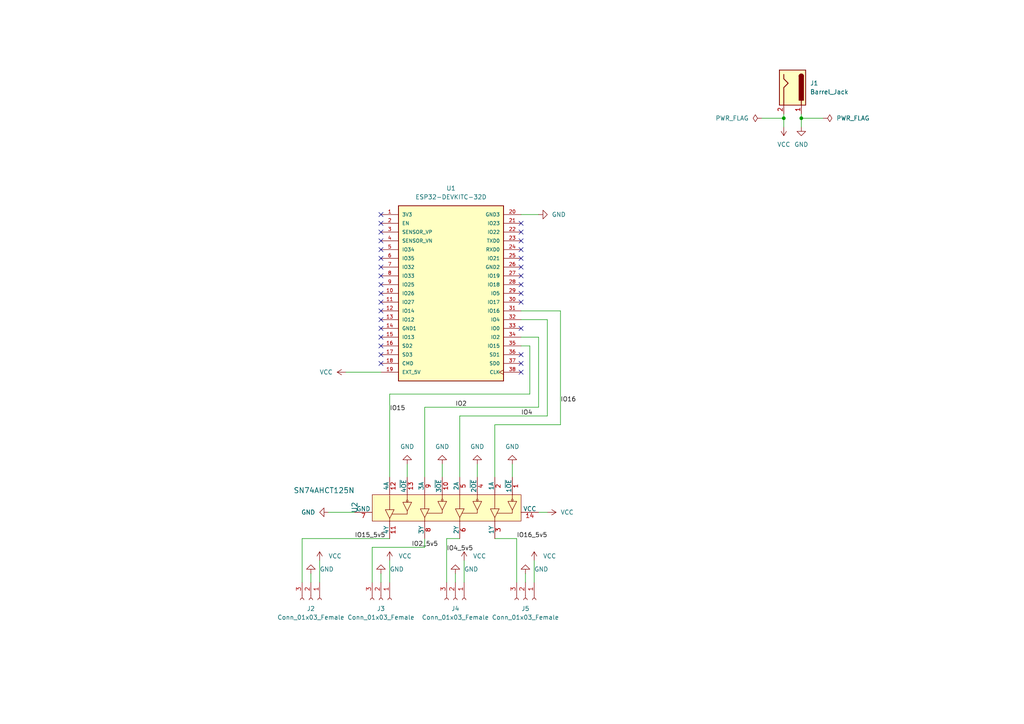
<source format=kicad_sch>
(kicad_sch (version 20211123) (generator eeschema)
  (paper "A4")
  (lib_symbols
    (symbol "Connector:Barrel_Jack" (pin_names (offset 1.016))
      (property "Reference" "J" (at 0 5.334 0))
      (property "Value" "Barrel_Jack" (at 0 -5.08 0))
      (symbol "Barrel_Jack_0_1"
        (rectangle (start -5.08 3.81) (end 5.08 -3.81) (stroke (width 0.254)) (fill (type background)))
        (arc (start -3.302 3.175) (mid -3.937 2.54) (end -3.302 1.905) (stroke (width 0.254)))
        (arc (start -3.302 3.175) (mid -3.937 2.54) (end -3.302 1.905) (stroke (width 0.254)) (fill (type outline)))
        (polyline (pts (xy 5.08 2.54) (xy 3.81 2.54)) (stroke (width 0.254)))
        (polyline (pts (xy -3.81 -2.54) (xy -2.54 -2.54) (xy -1.27 -1.27) (xy 0 -2.54) (xy 2.54 -2.54) (xy 5.08 -2.54)) (stroke (width 0.254)))
        (rectangle (start 3.683 3.175) (end -3.302 1.905) (stroke (width 0.254)) (fill (type outline)))
      )
      (symbol "Barrel_Jack_1_1"
        (pin passive line (at 7.62 2.54 180) (length 2.54) (name "~") (number "1"))
        (pin passive line (at 7.62 -2.54 180) (length 2.54) (name "~") (number "2"))
      )
    )
    (symbol "Connector:Conn_01x03_Female" (pin_names (offset 1.016) hide)
      (property "Reference" "J" (at 0 5.08 0))
      (property "Value" "Conn_01x03_Female" (at 0 -5.08 0))
      (symbol "Conn_01x03_Female_1_1"
        (arc (start 0 -2.032) (mid -0.508 -2.54) (end 0 -3.048) (stroke (width 0.1524)))
        (polyline (pts (xy -1.27 -2.54) (xy -0.508 -2.54)) (stroke (width 0.1524)))
        (polyline (pts (xy -1.27 0) (xy -0.508 0)) (stroke (width 0.1524)))
        (polyline (pts (xy -1.27 2.54) (xy -0.508 2.54)) (stroke (width 0.1524)))
        (arc (start 0 0.508) (mid -0.508 0) (end 0 -0.508) (stroke (width 0.1524)))
        (arc (start 0 3.048) (mid -0.508 2.54) (end 0 2.032) (stroke (width 0.1524)))
        (pin passive line (at -5.08 2.54 0) (length 3.81) (name "Pin_1") (number "1"))
        (pin passive line (at -5.08 0 0) (length 3.81) (name "Pin_2") (number "2"))
        (pin passive line (at -5.08 -2.54 0) (length 3.81) (name "Pin_3") (number "3"))
      )
    )
    (symbol "ESP32:ESP32-DEVKITC-32D" (pin_names (offset 1.016))
      (property "Reference" "U" (at -15.2654 26.0604 0))
      (property "Value" "ESP32-DEVKITC-32D" (at -15.2654 -27.9654 0))
      (symbol "ESP32-DEVKITC-32D_0_0"
        (rectangle (start -15.24 -25.4) (end 15.24 25.4) (stroke (width 0.254)) (fill (type background)))
        (pin power_in line (at -20.32 22.86 0) (length 5.08) (name "3V3") (number "1"))
        (pin bidirectional line (at -20.32 0 0) (length 5.08) (name "IO26") (number "10"))
        (pin bidirectional line (at -20.32 -2.54 0) (length 5.08) (name "IO27") (number "11"))
        (pin bidirectional line (at -20.32 -5.08 0) (length 5.08) (name "IO14") (number "12"))
        (pin bidirectional line (at -20.32 -7.62 0) (length 5.08) (name "IO12") (number "13"))
        (pin power_in line (at -20.32 -10.16 0) (length 5.08) (name "GND1") (number "14"))
        (pin bidirectional line (at -20.32 -12.7 0) (length 5.08) (name "IO13") (number "15"))
        (pin bidirectional line (at -20.32 -15.24 0) (length 5.08) (name "SD2") (number "16"))
        (pin bidirectional line (at -20.32 -17.78 0) (length 5.08) (name "SD3") (number "17"))
        (pin bidirectional line (at -20.32 -20.32 0) (length 5.08) (name "CMD") (number "18"))
        (pin power_in line (at -20.32 -22.86 0) (length 5.08) (name "EXT_5V") (number "19"))
        (pin input line (at -20.32 20.32 0) (length 5.08) (name "EN") (number "2"))
        (pin power_in line (at 20.32 22.86 180) (length 5.08) (name "GND3") (number "20"))
        (pin bidirectional line (at 20.32 20.32 180) (length 5.08) (name "IO23") (number "21"))
        (pin bidirectional line (at 20.32 17.78 180) (length 5.08) (name "IO22") (number "22"))
        (pin output line (at 20.32 15.24 180) (length 5.08) (name "TXD0") (number "23"))
        (pin input line (at 20.32 12.7 180) (length 5.08) (name "RXD0") (number "24"))
        (pin bidirectional line (at 20.32 10.16 180) (length 5.08) (name "IO21") (number "25"))
        (pin power_in line (at 20.32 7.62 180) (length 5.08) (name "GND2") (number "26"))
        (pin bidirectional line (at 20.32 5.08 180) (length 5.08) (name "IO19") (number "27"))
        (pin bidirectional line (at 20.32 2.54 180) (length 5.08) (name "IO18") (number "28"))
        (pin bidirectional line (at 20.32 0 180) (length 5.08) (name "IO5") (number "29"))
        (pin input line (at -20.32 17.78 0) (length 5.08) (name "SENSOR_VP") (number "3"))
        (pin bidirectional line (at 20.32 -2.54 180) (length 5.08) (name "IO17") (number "30"))
        (pin bidirectional line (at 20.32 -5.08 180) (length 5.08) (name "IO16") (number "31"))
        (pin bidirectional line (at 20.32 -7.62 180) (length 5.08) (name "IO4") (number "32"))
        (pin bidirectional line (at 20.32 -10.16 180) (length 5.08) (name "IO0") (number "33"))
        (pin bidirectional line (at 20.32 -12.7 180) (length 5.08) (name "IO2") (number "34"))
        (pin bidirectional line (at 20.32 -15.24 180) (length 5.08) (name "IO15") (number "35"))
        (pin bidirectional line (at 20.32 -17.78 180) (length 5.08) (name "SD1") (number "36"))
        (pin bidirectional line (at 20.32 -20.32 180) (length 5.08) (name "SD0") (number "37"))
        (pin input clock (at 20.32 -22.86 180) (length 5.08) (name "CLK") (number "38"))
        (pin input line (at -20.32 15.24 0) (length 5.08) (name "SENSOR_VN") (number "4"))
        (pin bidirectional line (at -20.32 12.7 0) (length 5.08) (name "IO34") (number "5"))
        (pin bidirectional line (at -20.32 10.16 0) (length 5.08) (name "IO35") (number "6"))
        (pin bidirectional line (at -20.32 7.62 0) (length 5.08) (name "IO32") (number "7"))
        (pin bidirectional line (at -20.32 5.08 0) (length 5.08) (name "IO33") (number "8"))
        (pin bidirectional line (at -20.32 2.54 0) (length 5.08) (name "IO25") (number "9"))
      )
    )
    (symbol "dk_Logic-Buffers-Drivers-Receivers-Transceivers:SN74AHCT125N" (pin_names (offset 0))
      (property "Reference" "U" (at -2.54 13.97 0))
      (property "Value" "SN74AHCT125N" (at 1.905 -31.75 0))
      (symbol "SN74AHCT125N_0_1"
        (rectangle (start -5.08 12.7) (end 2.54 -30.48) (fill (type background)))
        (circle (center -3.556 -10.16) (radius 0.254))
        (circle (center -3.556 0) (radius 0.254))
        (circle (center -3.556 10.16) (radius 0.254))
        (circle (center -3.302 -20.32) (radius 0.254))
        (polyline (pts (xy -3.81 -10.16) (xy -5.207 -10.16)))
        (polyline (pts (xy -3.81 0) (xy -5.207 0)))
        (polyline (pts (xy -3.81 10.16) (xy -5.207 10.16)))
        (polyline (pts (xy -3.556 -20.32) (xy -4.953 -20.32)))
        (polyline (pts (xy -1.016 -15.24) (xy -5.08 -15.24)))
        (polyline (pts (xy -1.016 -5.08) (xy -5.08 -5.08)))
        (polyline (pts (xy -1.016 5.08) (xy -5.08 5.08)))
        (polyline (pts (xy -0.762 -25.4) (xy -4.826 -25.4)))
        (polyline (pts (xy 1.397 -15.24) (xy 2.413 -15.24)))
        (polyline (pts (xy 1.397 -5.08) (xy 2.413 -5.08)))
        (polyline (pts (xy 1.397 5.08) (xy 2.413 5.08)))
        (polyline (pts (xy 1.651 -25.4) (xy 2.667 -25.4)))
        (polyline (pts (xy 0.254 -14.605) (xy 0.254 -10.16) (xy -0.635 -10.16)))
        (polyline (pts (xy 0.254 -4.445) (xy 0.254 0) (xy -0.635 0)))
        (polyline (pts (xy 0.254 5.715) (xy 0.254 10.16) (xy -0.635 10.16)))
        (polyline (pts (xy 0.508 -24.765) (xy 0.508 -20.32) (xy -0.381 -20.32)))
        (polyline (pts (xy -3.175 -8.89) (xy -3.175 -10.16) (xy -3.175 -11.43) (xy -0.635 -10.16) (xy -3.175 -8.89)))
        (polyline (pts (xy -3.175 1.27) (xy -3.175 0) (xy -3.175 -1.27) (xy -0.635 0) (xy -3.175 1.27)))
        (polyline (pts (xy -3.175 11.43) (xy -3.175 10.16) (xy -3.175 8.89) (xy -0.635 10.16) (xy -3.175 11.43)))
        (polyline (pts (xy -2.921 -19.05) (xy -2.921 -20.32) (xy -2.921 -21.59) (xy -0.381 -20.32) (xy -2.921 -19.05)))
        (polyline (pts (xy -1.016 -13.97) (xy -1.016 -15.24) (xy -1.016 -16.51) (xy 1.524 -15.24) (xy -1.016 -13.97)))
        (polyline (pts (xy -1.016 -3.81) (xy -1.016 -5.08) (xy -1.016 -6.35) (xy 1.524 -5.08) (xy -1.016 -3.81)))
        (polyline (pts (xy -1.016 6.35) (xy -1.016 5.08) (xy -1.016 3.81) (xy 1.524 5.08) (xy -1.016 6.35)))
        (polyline (pts (xy -0.762 -24.13) (xy -0.762 -25.4) (xy -0.762 -26.67) (xy 1.778 -25.4) (xy -0.762 -24.13)))
      )
      (symbol "SN74AHCT125N_1_1"
        (pin input line (at -10.16 10.16 0) (length 5.08) (name "1~{OE}") (number "1"))
        (pin input line (at -10.16 -10.16 0) (length 5.08) (name "3~{OE}") (number "10"))
        (pin output line (at 7.62 -25.4 180) (length 5.08) (name "4Y") (number "11"))
        (pin input line (at -10.16 -25.4 0) (length 5.08) (name "4A") (number "12"))
        (pin input line (at -10.16 -20.32 0) (length 5.08) (name "4~{OE}") (number "13"))
        (pin power_in line (at 0 17.78 270) (length 5.08) (name "VCC") (number "14"))
        (pin input line (at -10.16 5.08 0) (length 5.08) (name "1A") (number "2"))
        (pin output line (at 7.62 5.08 180) (length 5.08) (name "1Y") (number "3"))
        (pin input line (at -10.16 0 0) (length 5.08) (name "2~{OE}") (number "4"))
        (pin input line (at -10.16 -5.08 0) (length 5.08) (name "2A") (number "5"))
        (pin output line (at 7.62 -5.08 180) (length 5.08) (name "2Y") (number "6"))
        (pin power_in line (at 0 -35.56 90) (length 5.08) (name "GND") (number "7"))
        (pin output line (at 7.62 -15.24 180) (length 5.08) (name "3Y") (number "8"))
        (pin input line (at -10.16 -15.24 0) (length 5.08) (name "3A") (number "9"))
      )
    )
    (symbol "power:GND" (power) (pin_names (offset 0))
      (property "Value" "GND" (at 0 -3.81 0))
      (symbol "GND_0_1"
        (polyline (pts (xy 0 0) (xy 0 -1.27) (xy 1.27 -1.27) (xy 0 -2.54) (xy -1.27 -1.27) (xy 0 -1.27)))
      )
      (symbol "GND_1_1"
        (pin power_in line (at 0 0 270) (length 0) hide (name "GND") (number "1"))
      )
    )
    (symbol "power:PWR_FLAG" (power) (pin_numbers hide) (pin_names (offset 0) hide)
      (property "Value" "PWR_FLAG" (at 0 3.81 0))
      (symbol "PWR_FLAG_0_0"
        (pin power_out line (at 0 0 90) (length 0) (name "pwr") (number "1"))
      )
      (symbol "PWR_FLAG_0_1"
        (polyline (pts (xy 0 0) (xy 0 1.27) (xy -1.016 1.905) (xy 0 2.54) (xy 1.016 1.905) (xy 0 1.27)))
      )
    )
    (symbol "power:VCC" (power) (pin_names (offset 0))
      (property "Value" "VCC" (at 0 3.81 0))
      (symbol "VCC_0_1"
        (polyline (pts (xy -0.762 1.27) (xy 0 2.54)))
        (polyline (pts (xy 0 0) (xy 0 2.54)))
        (polyline (pts (xy 0 2.54) (xy 0.762 1.27)))
      )
      (symbol "VCC_1_1"
        (pin power_in line (at 0 0 90) (length 0) hide (name "VCC") (number "1"))
      )
    )
  )
  (junction (at 227.33 34.29))
  (junction (at 232.41 34.29))
  (no_connect (at 151.13 87.63))
  (no_connect (at 151.13 85.09))
  (no_connect (at 151.13 82.55))
  (no_connect (at 151.13 80.01))
  (no_connect (at 151.13 102.87))
  (no_connect (at 151.13 95.25))
  (no_connect (at 151.13 69.85))
  (no_connect (at 151.13 67.31))
  (no_connect (at 151.13 105.41))
  (no_connect (at 151.13 77.47))
  (no_connect (at 110.49 100.33))
  (no_connect (at 110.49 97.79))
  (no_connect (at 110.49 95.25))
  (no_connect (at 110.49 92.71))
  (no_connect (at 110.49 87.63))
  (no_connect (at 110.49 90.17))
  (no_connect (at 110.49 85.09))
  (no_connect (at 110.49 82.55))
  (no_connect (at 110.49 80.01))
  (no_connect (at 110.49 77.47))
  (no_connect (at 110.49 74.93))
  (no_connect (at 110.49 72.39))
  (no_connect (at 110.49 69.85))
  (no_connect (at 110.49 67.31))
  (no_connect (at 110.49 105.41))
  (no_connect (at 110.49 102.87))
  (no_connect (at 151.13 74.93))
  (no_connect (at 151.13 72.39))
  (no_connect (at 151.13 64.77))
  (no_connect (at 151.13 107.95))
  (no_connect (at 110.49 64.77))
  (no_connect (at 110.49 62.23))
  (wire (pts (xy 156.21 148.59) (xy 158.75 148.59)))
  (wire (pts (xy 162.56 123.19) (xy 143.51 123.19)))
  (wire (pts (xy 158.75 120.65) (xy 133.35 120.65)))
  (wire (pts (xy 153.67 100.33) (xy 153.67 114.3)))
  (wire (pts (xy 151.13 100.33) (xy 153.67 100.33)))
  (wire (pts (xy 100.33 107.95) (xy 110.49 107.95)))
  (wire (pts (xy 134.62 162.56) (xy 134.62 168.91)))
  (wire (pts (xy 110.49 166.37) (xy 110.49 168.91)))
  (wire (pts (xy 149.86 156.21) (xy 149.86 168.91)))
  (wire (pts (xy 227.33 33.02) (xy 227.33 34.29)))
  (wire (pts (xy 154.94 162.56) (xy 154.94 168.91)))
  (wire (pts (xy 232.41 33.02) (xy 232.41 34.29)))
  (wire (pts (xy 128.27 134.62) (xy 128.27 138.43)))
  (wire (pts (xy 143.51 156.21) (xy 149.86 156.21)))
  (wire (pts (xy 220.98 34.29) (xy 227.33 34.29)))
  (wire (pts (xy 151.13 97.79) (xy 156.21 97.79)))
  (wire (pts (xy 156.21 97.79) (xy 156.21 118.11)))
  (wire (pts (xy 123.19 156.21) (xy 123.19 158.75)))
  (wire (pts (xy 113.03 162.56) (xy 113.03 168.91)))
  (wire (pts (xy 162.56 90.17) (xy 162.56 123.19)))
  (wire (pts (xy 232.41 34.29) (xy 232.41 36.83)))
  (wire (pts (xy 113.03 156.21) (xy 87.63 156.21)))
  (wire (pts (xy 143.51 123.19) (xy 143.51 138.43)))
  (wire (pts (xy 152.4 166.37) (xy 152.4 168.91)))
  (wire (pts (xy 113.03 114.3) (xy 113.03 138.43)))
  (wire (pts (xy 118.11 134.62) (xy 118.11 138.43)))
  (wire (pts (xy 132.08 166.37) (xy 132.08 168.91)))
  (wire (pts (xy 90.17 166.37) (xy 90.17 168.91)))
  (wire (pts (xy 158.75 92.71) (xy 158.75 120.65)))
  (wire (pts (xy 156.21 118.11) (xy 123.19 118.11)))
  (wire (pts (xy 87.63 156.21) (xy 87.63 168.91)))
  (wire (pts (xy 153.67 114.3) (xy 113.03 114.3)))
  (wire (pts (xy 123.19 118.11) (xy 123.19 138.43)))
  (wire (pts (xy 151.13 90.17) (xy 162.56 90.17)))
  (wire (pts (xy 227.33 34.29) (xy 227.33 36.83)))
  (wire (pts (xy 95.25 148.59) (xy 102.87 148.59)))
  (wire (pts (xy 148.59 134.62) (xy 148.59 138.43)))
  (wire (pts (xy 151.13 92.71) (xy 158.75 92.71)))
  (wire (pts (xy 133.35 120.65) (xy 133.35 138.43)))
  (wire (pts (xy 138.43 134.62) (xy 138.43 138.43)))
  (wire (pts (xy 92.71 162.56) (xy 92.71 168.91)))
  (wire (pts (xy 232.41 34.29) (xy 238.76 34.29)))
  (wire (pts (xy 129.54 156.21) (xy 129.54 168.91)))
  (wire (pts (xy 123.19 158.75) (xy 107.95 158.75)))
  (wire (pts (xy 151.13 62.23) (xy 156.21 62.23)))
  (wire (pts (xy 133.35 156.21) (xy 129.54 156.21)))
  (wire (pts (xy 107.95 158.75) (xy 107.95 168.91)))
  (label "IO2_5v5" (at 119.38 158.75 0))
  (label "IO16_5v5" (at 149.86 156.21 0))
  (label "IO15_5v5" (at 102.87 156.21 0))
  (label "IO15" (at 113.03 119.38 0))
  (label "IO4" (at 151.13 120.65 0))
  (label "IO2" (at 132.08 118.11 0))
  (label "IO16" (at 162.56 116.84 0))
  (label "IO4_5v5" (at 129.54 160.02 0))
  (symbol (lib_id "power:VCC") (at 100.33 107.95 90) (unit 1)
    (property "Reference" "#PWR0107" (effects hide))
    (property "Value" "VCC" (at 96.52 107.9499 90) (effects (justify left)))
  )
  (symbol (lib_id "power:VCC") (at 134.62 162.56 0) (unit 1)
    (property "Reference" "#PWR0115" (effects hide))
    (property "Value" "VCC" (at 137.16 161.2899 0) (effects (justify left)))
  )
  (symbol (lib_id "power:VCC") (at 113.03 162.56 0) (unit 1)
    (property "Reference" "#PWR0111" (effects hide))
    (property "Value" "VCC" (at 115.57 161.2899 0) (effects (justify left)))
  )
  (symbol (lib_id "power:GND") (at 132.08 166.37 180) (unit 1)
    (property "Reference" "#PWR0114" (effects hide))
    (property "Value" "GND" (at 134.62 165.0999 0) (effects (justify right)))
  )
  (symbol (lib_id "dk_Logic-Buffers-Drivers-Receivers-Transceivers:SN74AHCT125N") (at 138.43 148.59 270) (unit 1)
    (property "Reference" "U2" (at 102.87 148.8187 0) (effects (font (size 1.524 1.524)) (justify right)))
    (property "Value" "SN74AHCT125N" (at 102.87 142.24 90) (effects (font (size 1.524 1.524)) (justify right)))
    (property "Footprint" "digikey-footprints:DIP-14_W3mm" (effects hide))
    (property "Datasheet" "http://www.ti.com/general/docs/suppproductinfo.tsp?distId=10&gotoUrl=http%3A%2F%2Fwww.ti.com%2Flit%2Fgpn%2Fsn74ahct125" (effects hide))
    (property "Digi-Key_PN" "296-4655-5-ND" (effects hide))
    (property "MPN" "SN74AHCT125N" (effects hide))
    (property "Category" "Integrated Circuits (ICs)" (effects hide))
    (property "Family" "Logic - Buffers, Drivers, Receivers, Transceivers" (effects hide))
    (property "DK_Datasheet_Link" "http://www.ti.com/general/docs/suppproductinfo.tsp?distId=10&gotoUrl=http%3A%2F%2Fwww.ti.com%2Flit%2Fgpn%2Fsn74ahct125" (effects hide))
    (property "DK_Detail_Page" "/product-detail/en/texas-instruments/SN74AHCT125N/296-4655-5-ND/375798" (effects hide))
    (property "Description" "IC BUF NON-INVERT 5.5V 14DIP" (effects hide))
    (property "Manufacturer" "Texas Instruments" (effects hide))
    (property "Status" "Active" (effects hide))
  )
  (symbol (lib_id "power:PWR_FLAG") (at 220.98 34.29 90) (unit 1)
    (property "Reference" "#FLG01" (effects hide))
    (property "Value" "PWR_FLAG" (at 217.17 34.2899 90) (effects (justify left)))
  )
  (symbol (lib_id "Connector:Conn_01x03_Female") (at 132.08 173.99 270) (unit 1)
    (property "Reference" "J4" (at 132.08 176.53 90))
    (property "Value" "Conn_01x03_Female" (at 132.08 179.07 90))
    (property "Footprint" "Custom:SolderPad_3_2.0_2.0mm" (effects hide))
  )
  (symbol (lib_id "power:GND") (at 95.25 148.59 270) (unit 1)
    (property "Reference" "#PWR0103" (effects hide))
    (property "Value" "GND" (at 91.44 148.5899 90) (effects (justify right)))
  )
  (symbol (lib_id "power:VCC") (at 227.33 36.83 180) (unit 1)
    (property "Reference" "#PWR01" (effects hide))
    (property "Value" "VCC" (at 227.33 41.91 0))
  )
  (symbol (lib_id "power:VCC") (at 158.75 148.59 270) (unit 1)
    (property "Reference" "#PWR0101" (effects hide))
    (property "Value" "VCC" (at 162.56 148.5899 90) (effects (justify left)))
  )
  (symbol (lib_id "power:GND") (at 138.43 134.62 180) (unit 1)
    (property "Reference" "#PWR0105" (effects hide))
    (property "Value" "GND" (at 138.43 129.54 0))
  )
  (symbol (lib_id "Connector:Conn_01x03_Female") (at 152.4 173.99 270) (unit 1)
    (property "Reference" "J5" (at 152.4 176.53 90))
    (property "Value" "Conn_01x03_Female" (at 152.4 179.07 90))
    (property "Footprint" "Custom:SolderPad_3_2.0_2.0mm" (effects hide))
  )
  (symbol (lib_id "power:GND") (at 90.17 166.37 180) (unit 1)
    (property "Reference" "#PWR0116" (effects hide))
    (property "Value" "GND" (at 92.71 165.0999 0) (effects (justify right)))
  )
  (symbol (lib_id "Connector:Barrel_Jack") (at 229.87 25.4 270) (unit 1)
    (property "Reference" "J1" (at 234.95 24.1299 90) (effects (justify left)))
    (property "Value" "Barrel_Jack" (at 234.95 26.6699 90) (effects (justify left)))
    (property "Footprint" "Custom:SolderPad_2_2.0_2.0mm" (effects hide))
  )
  (symbol (lib_id "power:GND") (at 128.27 134.62 180) (unit 1)
    (property "Reference" "#PWR0104" (effects hide))
    (property "Value" "GND" (at 128.27 129.54 0))
  )
  (symbol (lib_id "power:GND") (at 148.59 134.62 180) (unit 1)
    (property "Reference" "#PWR0106" (effects hide))
    (property "Value" "GND" (at 148.59 129.54 0))
  )
  (symbol (lib_id "power:GND") (at 232.41 36.83 0) (unit 1)
    (property "Reference" "#PWR0108" (effects hide))
    (property "Value" "GND" (at 232.41 41.91 0))
  )
  (symbol (lib_id "Connector:Conn_01x03_Female") (at 110.49 173.99 270) (unit 1)
    (property "Reference" "J3" (at 110.49 176.53 90))
    (property "Value" "Conn_01x03_Female" (at 110.49 179.07 90))
    (property "Footprint" "Custom:SolderPad_3_2.0_2.0mm" (effects hide))
  )
  (symbol (lib_id "power:GND") (at 110.49 166.37 180) (unit 1)
    (property "Reference" "#PWR0110" (effects hide))
    (property "Value" "GND" (at 113.03 165.0999 0) (effects (justify right)))
  )
  (symbol (lib_id "power:GND") (at 152.4 166.37 180) (unit 1)
    (property "Reference" "#PWR0112" (effects hide))
    (property "Value" "GND" (at 154.94 165.0999 0) (effects (justify right)))
  )
  (symbol (lib_id "power:VCC") (at 154.94 162.56 0) (unit 1)
    (property "Reference" "#PWR0113" (effects hide))
    (property "Value" "VCC" (at 157.48 161.2899 0) (effects (justify left)))
  )
  (symbol (lib_id "power:PWR_FLAG") (at 238.76 34.29 270) (unit 1)
    (property "Reference" "#FLG02" (effects hide))
    (property "Value" "PWR_FLAG" (at 242.57 34.2899 90) (effects (justify left)))
  )
  (symbol (lib_id "Connector:Conn_01x03_Female") (at 90.17 173.99 270) (unit 1)
    (property "Reference" "J2" (at 90.17 176.53 90))
    (property "Value" "Conn_01x03_Female" (at 90.17 179.07 90))
    (property "Footprint" "Custom:SolderPad_3_2.0_2.0mm" (effects hide))
  )
  (symbol (lib_id "ESP32:ESP32-DEVKITC-32D") (at 130.81 85.09 0) (unit 1)
    (property "Reference" "U1" (at 130.81 54.61 0))
    (property "Value" "ESP32-DEVKITC-32D" (at 130.81 57.15 0))
    (property "Footprint" "ESP32:MODULE_ESP32-DEVKITC-32D" (effects hide))
    (property "MANUFACTURER" "Espressif Systems" (effects hide))
    (property "PARTREV" "4" (effects hide))
  )
  (symbol (lib_id "power:VCC") (at 92.71 162.56 0) (unit 1)
    (property "Reference" "#PWR0117" (effects hide))
    (property "Value" "VCC" (at 95.25 161.2899 0) (effects (justify left)))
  )
  (symbol (lib_id "power:GND") (at 118.11 134.62 180) (unit 1)
    (property "Reference" "#PWR0102" (effects hide))
    (property "Value" "GND" (at 118.11 129.54 0))
  )
  (symbol (lib_id "power:GND") (at 156.21 62.23 90) (unit 1)
    (property "Reference" "#PWR0109" (effects hide))
    (property "Value" "GND" (at 160.02 62.2299 90) (effects (justify right)))
  )
)
</source>
